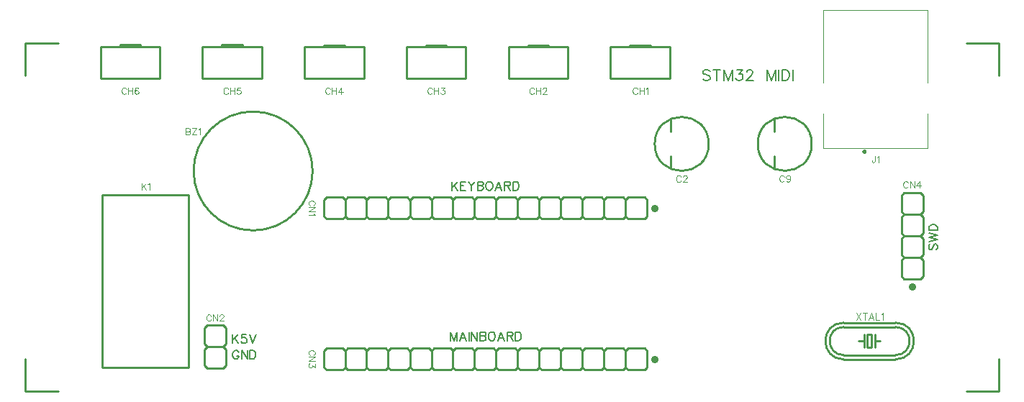
<source format=gbr>
G04 DipTrace 4.1.0.0*
G04 TopSilk.gbr*
%MOIN*%
G04 #@! TF.FileFunction,Legend,Top*
G04 #@! TF.Part,Single*
%ADD10C,0.009843*%
%ADD13C,0.004724*%
%ADD17C,0.01*%
%ADD21C,0.035*%
%ADD89C,0.004632*%
%ADD90C,0.00772*%
%ADD91C,0.006176*%
%FSLAX26Y26*%
G04*
G70*
G90*
G75*
G01*
G04 TopSilk*
%LPD*%
X1448396Y1139787D2*
D17*
G02X1448396Y1139787I13J275591D01*
G01*
X3308787Y1540820D2*
G02X3308787Y1540820I125000J0D01*
G01*
X3383789Y1484568D2*
X3383792Y1428318D1*
X3383785Y1597069D2*
D10*
X3383783Y1653318D1*
X3786178Y1541112D2*
D17*
G02X3786178Y1541112I125000J0D01*
G01*
X3861180Y1484860D2*
X3861181Y1428610D1*
X3861177Y1597361D2*
D10*
X3861176Y1653610D1*
X3288526Y1998454D2*
X3288723Y1990706D1*
X3288526Y1998454D2*
X3194038D1*
Y1990706D1*
X3378791Y1842934D2*
Y1990434D1*
X3103791D1*
Y1842934D1*
X3378791D1*
X2816101Y1998454D2*
X2816298Y1990706D1*
X2816101Y1998454D2*
X2721613D1*
Y1990706D1*
X2906366Y1842934D2*
Y1990434D1*
X2631366D1*
Y1842934D1*
X2906366D1*
X2343660Y1998454D2*
X2343857Y1990706D1*
X2343660Y1998454D2*
X2249172D1*
Y1990706D1*
X2433925Y1842934D2*
Y1990434D1*
X2158925D1*
Y1842934D1*
X2433925D1*
X1871219Y1998454D2*
X1871416Y1990706D1*
X1871219Y1998454D2*
X1776731D1*
Y1990706D1*
X1961484Y1842934D2*
Y1990434D1*
X1686484D1*
Y1842934D1*
X1961484D1*
X1398787Y1999705D2*
X1398984Y1991957D1*
X1398787Y1999705D2*
X1304299D1*
Y1991957D1*
X1489052Y1844185D2*
Y1991685D1*
X1214052D1*
Y1844185D1*
X1489052D1*
X926346Y1999705D2*
X926543Y1991957D1*
X926346Y1999705D2*
X831858D1*
Y1991957D1*
X1016612Y1844185D2*
Y1991685D1*
X741612D1*
Y1844185D1*
X1016612D1*
X1862654Y1293626D2*
D17*
X1787741D1*
X2262654D2*
X2187741D1*
X2362720D2*
X2287698D1*
X2461139D2*
X2386117D1*
X2473551Y1281126D2*
X2461139Y1293626D1*
Y1193626D2*
X2386117D1*
X2473551Y1206126D2*
X2461139Y1193626D1*
X2373705Y1281126D2*
Y1206126D1*
X2386117Y1293626D2*
X2373705Y1281126D1*
X2386117Y1193626D2*
X2373705Y1206126D1*
X2861186Y1293626D2*
X2786163D1*
X2873707Y1281126D2*
X2861186Y1293626D1*
Y1193626D2*
X2786163D1*
X2873707Y1206126D2*
X2861186Y1193626D1*
X2773642Y1281126D2*
Y1206126D1*
X2786163Y1293626D2*
X2773642Y1281126D1*
X2786163Y1193626D2*
X2773642Y1206126D1*
X2886010Y1193626D2*
X2873707Y1206126D1*
X2886010Y1293626D2*
X2873707Y1281126D1*
Y1206126D1*
X2973664D2*
X2961143Y1193626D1*
X2886010D1*
X2973664Y1281126D2*
X2961143Y1293626D1*
X2886010D1*
X3061209D2*
X2986186D1*
X3161165D2*
X3086143D1*
X3261122D2*
X3186210D1*
X3086143D2*
X3073621Y1281126D1*
X3186210Y1293626D2*
X3173688Y1281126D1*
X3073621D2*
X3061209Y1293626D1*
X3173688Y1281126D2*
X3161165Y1293626D1*
X3073621Y1281126D2*
Y1206126D1*
X3173688Y1281126D2*
Y1206126D1*
X3061209Y1193626D2*
X2986186D1*
X3161165D2*
X3086143D1*
X3261122D2*
X3186210D1*
X3086143D2*
X3073621Y1206126D1*
X3186210Y1193626D2*
X3173688Y1206126D1*
X3073621D2*
X3061209Y1193626D1*
X3173688Y1206126D2*
X3161165Y1193626D1*
X3273644Y1281126D2*
Y1206126D1*
X2973664Y1281126D2*
Y1206126D1*
X2986186Y1293626D2*
X2973664Y1281126D1*
X3273644D2*
X3261122Y1293626D1*
X3273644Y1206126D2*
X3261122Y1193626D1*
X2986186D2*
X2973664Y1206126D1*
X2686206Y1193626D2*
X2673575Y1206126D1*
X2686206Y1293626D2*
X2673575Y1281126D1*
Y1206126D1*
X2773642D2*
X2761119Y1193626D1*
X2686206D1*
X2773642Y1281126D2*
X2761119Y1293626D1*
X2686206D1*
X2661163D2*
X2586140D1*
X2673575Y1281126D2*
X2661163Y1293626D1*
Y1193626D2*
X2586140D1*
X2673575Y1206126D2*
X2661163Y1193626D1*
X2573618Y1281126D2*
Y1206126D1*
X2586140Y1293626D2*
X2573618Y1281126D1*
X2586140Y1193626D2*
X2573618Y1206126D1*
X2486184Y1193626D2*
X2473551Y1206126D1*
X2486184Y1293626D2*
X2473551Y1281126D1*
Y1206126D1*
X2573618D2*
X2561096Y1193626D1*
X2486184D1*
X2573618Y1281126D2*
X2561096Y1293626D1*
X2486184D1*
X2375133Y1281126D2*
X2362720Y1293626D1*
Y1193626D2*
X2287698D1*
X2375133Y1206126D2*
X2362720Y1193626D1*
X2275176Y1281126D2*
Y1206126D1*
X2287698Y1293626D2*
X2275176Y1281126D1*
X2287698Y1193626D2*
X2275176Y1206126D1*
Y1281126D2*
X2262654Y1293626D1*
Y1193626D2*
X2187741D1*
X2275176Y1206126D2*
X2262654Y1193626D1*
X2175219Y1281126D2*
Y1206126D1*
X2187741Y1293626D2*
X2175219Y1281126D1*
X2187741Y1193626D2*
X2175219Y1206126D1*
X1962720Y1293626D2*
X1887698D1*
X2061139D2*
X1986117D1*
X2073551Y1281126D2*
X2061139Y1293626D1*
Y1193626D2*
X1986117D1*
X2073551Y1206126D2*
X2061139Y1193626D1*
X1973705Y1281126D2*
Y1206126D1*
X1986117Y1293626D2*
X1973705Y1281126D1*
X1986117Y1193626D2*
X1973705Y1206126D1*
X2086184Y1193626D2*
X2073551Y1206126D1*
X2086184Y1293626D2*
X2073551Y1281126D1*
Y1206126D1*
X2173618D2*
X2161096Y1193626D1*
X2086184D1*
X2173618Y1281126D2*
X2161096Y1293626D1*
X2086184D1*
X1975133Y1281126D2*
X1962720Y1293626D1*
Y1193626D2*
X1887698D1*
X1975133Y1206126D2*
X1962720Y1193626D1*
X1875176Y1281126D2*
Y1206126D1*
X1887698Y1293626D2*
X1875176Y1281126D1*
X1887698Y1193626D2*
X1875176Y1206126D1*
Y1281126D2*
X1862654Y1293626D1*
Y1193626D2*
X1787741D1*
X1875176Y1206126D2*
X1862654Y1193626D1*
X1775219Y1281126D2*
Y1206126D1*
X1787741Y1293626D2*
X1775219Y1281126D1*
X1787741Y1193626D2*
X1775219Y1206126D1*
X1235031Y600877D2*
X1310031D1*
Y700877D2*
X1322531Y688377D1*
X1235031Y700877D2*
X1222531Y688377D1*
X1235031Y700877D2*
X1310031D1*
Y600877D2*
X1322531Y588377D1*
Y613377D2*
X1310031Y600877D1*
X1322531Y513377D2*
X1310031Y500877D1*
X1322531Y688377D2*
Y613377D1*
Y588377D2*
Y513377D1*
X1235031Y500877D2*
X1310031D1*
X1235031Y600877D2*
X1222531Y588377D1*
Y613377D2*
X1235031Y600877D1*
X1222531Y513377D2*
X1235031Y500877D1*
X1222531Y688377D2*
Y613377D1*
Y588377D2*
Y513377D1*
X1862654Y593626D2*
X1787741D1*
X2262654D2*
X2187741D1*
X2362720D2*
X2287698D1*
X2461139D2*
X2386117D1*
X2473551Y581126D2*
X2461139Y593626D1*
Y493626D2*
X2386117D1*
X2473551Y506126D2*
X2461139Y493626D1*
X2373705Y581126D2*
Y506126D1*
X2386117Y593626D2*
X2373705Y581126D1*
X2386117Y493626D2*
X2373705Y506126D1*
X2861186Y593626D2*
X2786163D1*
X2873707Y581126D2*
X2861186Y593626D1*
Y493626D2*
X2786163D1*
X2873707Y506126D2*
X2861186Y493626D1*
X2773642Y581126D2*
Y506126D1*
X2786163Y593626D2*
X2773642Y581126D1*
X2786163Y493626D2*
X2773642Y506126D1*
X2886010Y493626D2*
X2873707Y506126D1*
X2886010Y593626D2*
X2873707Y581126D1*
Y506126D1*
X2973664D2*
X2961143Y493626D1*
X2886010D1*
X2973664Y581126D2*
X2961143Y593626D1*
X2886010D1*
X3061209D2*
X2986186D1*
X3161165D2*
X3086143D1*
X3261122D2*
X3186210D1*
X3086143D2*
X3073621Y581126D1*
X3186210Y593626D2*
X3173688Y581126D1*
X3073621D2*
X3061209Y593626D1*
X3173688Y581126D2*
X3161165Y593626D1*
X3073621Y581126D2*
Y506126D1*
X3173688Y581126D2*
Y506126D1*
X3061209Y493626D2*
X2986186D1*
X3161165D2*
X3086143D1*
X3261122D2*
X3186210D1*
X3086143D2*
X3073621Y506126D1*
X3186210Y493626D2*
X3173688Y506126D1*
X3073621D2*
X3061209Y493626D1*
X3173688Y506126D2*
X3161165Y493626D1*
X3273644Y581126D2*
Y506126D1*
X2973664Y581126D2*
Y506126D1*
X2986186Y593626D2*
X2973664Y581126D1*
X3273644D2*
X3261122Y593626D1*
X3273644Y506126D2*
X3261122Y493626D1*
X2986186D2*
X2973664Y506126D1*
X2686206Y493626D2*
X2673575Y506126D1*
X2686206Y593626D2*
X2673575Y581126D1*
Y506126D1*
X2773642D2*
X2761119Y493626D1*
X2686206D1*
X2773642Y581126D2*
X2761119Y593626D1*
X2686206D1*
X2661163D2*
X2586140D1*
X2673575Y581126D2*
X2661163Y593626D1*
Y493626D2*
X2586140D1*
X2673575Y506126D2*
X2661163Y493626D1*
X2573618Y581126D2*
Y506126D1*
X2586140Y593626D2*
X2573618Y581126D1*
X2586140Y493626D2*
X2573618Y506126D1*
X2486184Y493626D2*
X2473551Y506126D1*
X2486184Y593626D2*
X2473551Y581126D1*
Y506126D1*
X2573618D2*
X2561096Y493626D1*
X2486184D1*
X2573618Y581126D2*
X2561096Y593626D1*
X2486184D1*
X2375133Y581126D2*
X2362720Y593626D1*
Y493626D2*
X2287698D1*
X2375133Y506126D2*
X2362720Y493626D1*
X2275176Y581126D2*
Y506126D1*
X2287698Y593626D2*
X2275176Y581126D1*
X2287698Y493626D2*
X2275176Y506126D1*
Y581126D2*
X2262654Y593626D1*
Y493626D2*
X2187741D1*
X2275176Y506126D2*
X2262654Y493626D1*
X2175219Y581126D2*
Y506126D1*
X2187741Y593626D2*
X2175219Y581126D1*
X2187741Y493626D2*
X2175219Y506126D1*
X1962720Y593626D2*
X1887698D1*
X2061139D2*
X1986117D1*
X2073551Y581126D2*
X2061139Y593626D1*
Y493626D2*
X1986117D1*
X2073551Y506126D2*
X2061139Y493626D1*
X1973705Y581126D2*
Y506126D1*
X1986117Y593626D2*
X1973705Y581126D1*
X1986117Y493626D2*
X1973705Y506126D1*
X2086184Y493626D2*
X2073551Y506126D1*
X2086184Y593626D2*
X2073551Y581126D1*
Y506126D1*
X2173618D2*
X2161096Y493626D1*
X2086184D1*
X2173618Y581126D2*
X2161096Y593626D1*
X2086184D1*
X1975133Y581126D2*
X1962720Y593626D1*
Y493626D2*
X1887698D1*
X1975133Y506126D2*
X1962720Y493626D1*
X1875176Y581126D2*
Y506126D1*
X1887698Y593626D2*
X1875176Y581126D1*
X1887698Y493626D2*
X1875176Y506126D1*
Y581126D2*
X1862654Y593626D1*
Y493626D2*
X1787741D1*
X1875176Y506126D2*
X1862654Y493626D1*
X1775219Y581126D2*
Y506126D1*
X1787741Y593626D2*
X1775219Y581126D1*
X1787741Y493626D2*
X1775219Y506126D1*
X4451159Y1301971D2*
X4463659Y1314452D1*
X4551159Y1301974D2*
X4538659Y1314454D1*
X4463659Y1314452D1*
X4463662Y1214452D2*
X4451162Y1226931D1*
X4451159Y1301971D1*
X4538662Y1214454D2*
X4551162Y1226935D1*
X4551159Y1301974D1*
X4551165Y1126935D2*
X4551162Y1201935D1*
X4551168Y1026935D2*
X4551166Y1101935D1*
X4551172Y926974D2*
X4551169Y1001974D1*
X4551166Y1101935D2*
X4538665Y1114454D1*
X4551169Y1001974D2*
X4538669Y1014454D1*
X4538665Y1114454D2*
X4551165Y1126935D1*
X4538669Y1014454D2*
X4551168Y1026935D1*
X4538665Y1114454D2*
X4463665Y1114452D1*
X4538669Y1014454D2*
X4463669Y1014452D1*
X4451165Y1126931D2*
X4451162Y1201931D1*
X4451168Y1026931D2*
X4451166Y1101931D1*
X4451172Y926971D2*
X4451169Y1001971D1*
X4451166Y1101931D2*
X4463665Y1114452D1*
X4451169Y1001971D2*
X4463669Y1014452D1*
X4463665Y1114452D2*
X4451165Y1126931D1*
X4463669Y1014452D2*
X4451168Y1026931D1*
X4538672Y914454D2*
X4463672Y914452D1*
X4538662Y1214454D2*
X4463662Y1214452D1*
X4551162Y1201935D2*
X4538662Y1214454D1*
X4538672Y914454D2*
X4551172Y926974D1*
X4463672Y914452D2*
X4451172Y926971D1*
X4451162Y1201931D2*
X4463662Y1214452D1*
X4571890Y1521867D2*
D13*
X4088031D1*
Y1679714D1*
Y1823469D2*
Y2161631D1*
X4571890D1*
Y1823469D1*
Y1679714D2*
Y1521867D1*
G36*
X4290591Y1504938D2*
X4290506Y1503654D1*
X4290255Y1502391D1*
X4289841Y1501172D1*
X4289272Y1500017D1*
X4288557Y1498947D1*
X4287708Y1497979D1*
X4286740Y1497130D1*
X4285669Y1496414D1*
X4284515Y1495845D1*
X4283295Y1495431D1*
X4282033Y1495180D1*
X4280748Y1495096D1*
X4279463Y1495180D1*
X4278201Y1495431D1*
X4276981Y1495845D1*
X4275827Y1496414D1*
X4274756Y1497130D1*
X4273788Y1497979D1*
X4272939Y1498947D1*
X4272224Y1500017D1*
X4271655Y1501172D1*
X4271241Y1502391D1*
X4270990Y1503654D1*
X4270906Y1504938D1*
D1*
X4270990Y1506223D1*
X4271241Y1507486D1*
X4271655Y1508705D1*
X4272224Y1509860D1*
X4272939Y1510930D1*
X4273788Y1511898D1*
X4274756Y1512747D1*
X4275827Y1513462D1*
X4276981Y1514032D1*
X4278201Y1514445D1*
X4279463Y1514697D1*
X4280748Y1514781D1*
X4282033Y1514697D1*
X4283295Y1514445D1*
X4284515Y1514032D1*
X4285669Y1513462D1*
X4286740Y1512747D1*
X4287708Y1511898D1*
X4288557Y1510930D1*
X4289272Y1509860D1*
X4289841Y1508705D1*
X4290255Y1507486D1*
X4290506Y1506223D1*
X4290591Y1504938D1*
D1*
G37*
X1150136Y503270D2*
D17*
X750136D1*
X1150136Y1303270D2*
X750136D1*
Y503270D2*
Y1303270D1*
X1150136Y503270D2*
Y1303270D1*
X4184311Y542245D2*
D10*
X4424324Y542252D1*
X4184306Y712245D2*
X4424319Y712252D1*
X4184310Y562237D2*
X4424323Y562244D1*
X4424320Y692259D2*
X4184306Y692252D1*
X4294310Y657253D2*
X4314318Y657254D1*
X4314320Y597243D1*
X4294312Y597242D1*
X4294310Y657253D1*
X4329325Y657254D2*
Y627249D1*
X4329326Y597244D1*
X4279304Y657253D2*
Y627247D1*
X4279305Y597242D1*
X4329325Y627249D2*
X4354335Y627250D1*
X4279304Y627247D2*
X4254295D1*
X4184306Y712245D2*
G03X4184311Y542245I9J-85000D01*
G01*
X4424324Y542252D2*
G03X4424319Y712252I-9J85000D01*
G01*
X4184306Y692252D2*
G03X4184310Y562237I24J-65008D01*
G01*
X4424323Y562244D2*
G03X4424320Y692259I-24J65008D01*
G01*
D21*
X4503626Y878232D3*
X3308626Y541232D3*
X3309126Y1241732D3*
X394425Y2008257D2*
D17*
X544425D1*
X394000Y2008133D2*
Y1858133D1*
X394425Y394008D2*
X544425D1*
X394000Y543883D2*
Y393882D1*
X4751425Y394008D2*
X4901425D1*
X4901500Y543883D2*
Y393882D1*
X4751425Y2008008D2*
X4901425D1*
X4901251Y2007633D2*
Y1857633D1*
X3565314Y1877805D2*
D90*
X3560561Y1882614D1*
X3553376Y1884990D1*
X3543814D1*
X3536629Y1882614D1*
X3531820Y1877805D1*
Y1873052D1*
X3534252Y1868243D1*
X3536629Y1865867D1*
X3541382Y1863490D1*
X3555752Y1858682D1*
X3560561Y1856305D1*
X3562937Y1853873D1*
X3565314Y1849120D1*
Y1841935D1*
X3560561Y1837182D1*
X3553376Y1834750D1*
X3543814D1*
X3536629Y1837182D1*
X3531820Y1841935D1*
X3597500Y1884990D2*
Y1834750D1*
X3580753Y1884990D2*
X3614246D1*
X3667932Y1834750D2*
Y1884990D1*
X3648809Y1834750D1*
X3629686Y1884990D1*
Y1834750D1*
X3688180Y1884935D2*
X3714433D1*
X3700118Y1865812D1*
X3707303D1*
X3712056Y1863435D1*
X3714433Y1861058D1*
X3716865Y1853873D1*
Y1849120D1*
X3714433Y1841935D1*
X3709680Y1837127D1*
X3702495Y1834750D1*
X3695310D1*
X3688180Y1837127D1*
X3685803Y1839559D1*
X3683371Y1844312D1*
X3734736Y1872997D2*
Y1875373D1*
X3737112Y1880182D1*
X3739489Y1882558D1*
X3744297Y1884935D1*
X3753859D1*
X3758612Y1882558D1*
X3760989Y1880182D1*
X3763421Y1875373D1*
Y1870620D1*
X3760989Y1865812D1*
X3756236Y1858682D1*
X3732304Y1834750D1*
X3765797D1*
X3868084D2*
Y1884990D1*
X3848961Y1834750D1*
X3829838Y1884990D1*
Y1834750D1*
X3883523Y1884990D2*
Y1834750D1*
X3898963Y1884990D2*
Y1834750D1*
X3915709D1*
X3922894Y1837182D1*
X3927703Y1841935D1*
X3930079Y1846744D1*
X3932456Y1853873D1*
Y1865867D1*
X3930079Y1873052D1*
X3927703Y1877805D1*
X3922894Y1882614D1*
X3915709Y1884990D1*
X3898963D1*
X3947895D2*
Y1834750D1*
X2368709Y1366029D2*
D91*
Y1325837D1*
X2395503Y1366029D2*
X2368709Y1339234D1*
X2378259Y1348829D2*
X2395503Y1325837D1*
X2432704Y1366029D2*
X2407855D1*
Y1325837D1*
X2432704D1*
X2407855Y1346883D2*
X2423153D1*
X2445055Y1366029D2*
X2460354Y1346883D1*
Y1325837D1*
X2475652Y1366029D2*
X2460354Y1346883D1*
X2488004Y1366029D2*
Y1325837D1*
X2505248D1*
X2510996Y1327782D1*
X2512897Y1329684D1*
X2514799Y1333486D1*
Y1339234D1*
X2512897Y1343081D1*
X2510996Y1344982D1*
X2505248Y1346883D1*
X2510996Y1348829D1*
X2512897Y1350730D1*
X2514799Y1354533D1*
Y1358380D1*
X2512897Y1362182D1*
X2510996Y1364128D1*
X2505248Y1366029D1*
X2488004D1*
Y1346883D2*
X2505248D1*
X2538646Y1366029D2*
X2534799Y1364128D1*
X2530997Y1360281D1*
X2529051Y1356478D1*
X2527150Y1350730D1*
Y1341135D1*
X2529051Y1335432D1*
X2530997Y1331585D1*
X2534799Y1327782D1*
X2538646Y1325837D1*
X2546295D1*
X2550098Y1327782D1*
X2553945Y1331585D1*
X2555846Y1335432D1*
X2557747Y1341135D1*
Y1350730D1*
X2555846Y1356478D1*
X2553945Y1360281D1*
X2550098Y1364128D1*
X2546295Y1366029D1*
X2538646D1*
X2600740Y1325837D2*
X2585397Y1366029D1*
X2570099Y1325837D1*
X2575847Y1339234D2*
X2594992D1*
X2613091Y1346883D2*
X2630291D1*
X2636039Y1348829D1*
X2637985Y1350730D1*
X2639886Y1354533D1*
Y1358380D1*
X2637985Y1362182D1*
X2636039Y1364128D1*
X2630291Y1366029D1*
X2613091D1*
Y1325837D1*
X2626489Y1346883D2*
X2639886Y1325837D1*
X2652237Y1366029D2*
Y1325837D1*
X2665635D1*
X2671383Y1327782D1*
X2675230Y1331585D1*
X2677131Y1335432D1*
X2679032Y1341135D1*
Y1350730D1*
X2677131Y1356478D1*
X2675230Y1360281D1*
X2671383Y1364128D1*
X2665635Y1366029D1*
X2652237D1*
X2393016Y628837D2*
Y669029D1*
X2377717Y628837D1*
X2362419Y669029D1*
Y628837D1*
X2436009D2*
X2420666Y669029D1*
X2405367Y628837D1*
X2411115Y642234D2*
X2430261D1*
X2448360Y669029D2*
Y628837D1*
X2487506Y669029D2*
Y628837D1*
X2460711Y669029D1*
Y628837D1*
X2499857Y669029D2*
Y628837D1*
X2517102D1*
X2522850Y630782D1*
X2524751Y632684D1*
X2526652Y636486D1*
Y642234D1*
X2524751Y646081D1*
X2522850Y647982D1*
X2517102Y649883D1*
X2522850Y651829D1*
X2524751Y653730D1*
X2526652Y657533D1*
Y661380D1*
X2524751Y665182D1*
X2522850Y667128D1*
X2517102Y669029D1*
X2499857D1*
Y649883D2*
X2517102D1*
X2550500Y669029D2*
X2546653Y667128D1*
X2542850Y663281D1*
X2540905Y659478D1*
X2539004Y653730D1*
Y644135D1*
X2540905Y638432D1*
X2542850Y634585D1*
X2546653Y630782D1*
X2550500Y628837D1*
X2558149D1*
X2561951Y630782D1*
X2565798Y634585D1*
X2567699Y638432D1*
X2569601Y644135D1*
Y653730D1*
X2567699Y659478D1*
X2565798Y663281D1*
X2561951Y667128D1*
X2558149Y669029D1*
X2550500D1*
X2612594Y628837D2*
X2597251Y669029D1*
X2581952Y628837D1*
X2587700Y642234D2*
X2606846D1*
X2624945Y649883D2*
X2642145D1*
X2647893Y651829D1*
X2649838Y653730D1*
X2651740Y657533D1*
Y661380D1*
X2649838Y665182D1*
X2647893Y667128D1*
X2642145Y669029D1*
X2624945D1*
Y628837D1*
X2638342Y649883D2*
X2651740Y628837D1*
X2664091Y669029D2*
Y628837D1*
X2677488D1*
X2683236Y630782D1*
X2687083Y634585D1*
X2688984Y638432D1*
X2690886Y644135D1*
Y653730D1*
X2688984Y659478D1*
X2687083Y663281D1*
X2683236Y667128D1*
X2677488Y669029D1*
X2664091D1*
X4583936Y1076520D2*
X4580089Y1072718D1*
X4578188Y1066970D1*
Y1059320D1*
X4580089Y1053572D1*
X4583936Y1049726D1*
X4587738D1*
X4591585Y1051671D1*
X4593486Y1053572D1*
X4595388Y1057375D1*
X4599234Y1068871D1*
X4601136Y1072718D1*
X4603081Y1074619D1*
X4606884Y1076520D1*
X4612632D1*
X4616434Y1072718D1*
X4618380Y1066970D1*
Y1059320D1*
X4616434Y1053572D1*
X4612632Y1049726D1*
X4578188Y1088872D2*
X4618380Y1098467D1*
X4578188Y1108017D1*
X4618380Y1117568D1*
X4578188Y1127162D1*
Y1139514D2*
X4618380D1*
Y1152911D1*
X4616434Y1158659D1*
X4612632Y1162506D1*
X4608785Y1164407D1*
X4603081Y1166309D1*
X4593486D1*
X4587738Y1164407D1*
X4583936Y1162506D1*
X4580089Y1158659D1*
X4578188Y1152911D1*
Y1139514D1*
X1353709Y657071D2*
Y616879D1*
X1380503Y657071D2*
X1353709Y630276D1*
X1363259Y639871D2*
X1380503Y616879D1*
X1415803Y657027D2*
X1396701D1*
X1394800Y639827D1*
X1396701Y641728D1*
X1402449Y643674D1*
X1408153D1*
X1413901Y641728D1*
X1417748Y637925D1*
X1419649Y632177D1*
Y628375D1*
X1417748Y622627D1*
X1413901Y618780D1*
X1408153Y616879D1*
X1402449D1*
X1396701Y618780D1*
X1394800Y620726D1*
X1392855Y624528D1*
X1432001Y657071D2*
X1447299Y616879D1*
X1462598Y657071D1*
X1382405Y574696D2*
X1380503Y578498D1*
X1376656Y582345D1*
X1372854Y584246D1*
X1365205D1*
X1361358Y582345D1*
X1357555Y578498D1*
X1355610Y574696D1*
X1353709Y568948D1*
Y559353D1*
X1355610Y553649D1*
X1357555Y549802D1*
X1361358Y546000D1*
X1365205Y544054D1*
X1372854D1*
X1376656Y546000D1*
X1380503Y549802D1*
X1382405Y553649D1*
Y559353D1*
X1372854D1*
X1421551Y584246D2*
Y544054D1*
X1394756Y584246D1*
Y544054D1*
X1433902Y584246D2*
Y544054D1*
X1447299D1*
X1453047Y546000D1*
X1456894Y549802D1*
X1458795Y553649D1*
X1460697Y559353D1*
Y568948D1*
X1458795Y574696D1*
X1456894Y578498D1*
X1453047Y582345D1*
X1447299Y584246D1*
X1433902D1*
X1136817Y1613503D2*
D89*
X1136816Y1583359D1*
X1149749Y1583358D1*
X1154060Y1584817D1*
X1155486Y1586243D1*
X1156912Y1589095D1*
Y1593406D1*
X1155486Y1596291D1*
X1154060Y1597717D1*
X1149749Y1599143D1*
X1154061Y1600602D1*
X1155487Y1602028D1*
X1156913Y1604880D1*
Y1607765D1*
X1155487Y1610617D1*
X1154061Y1612076D1*
X1149750Y1613502D1*
X1136817Y1613503D1*
X1136816Y1599144D2*
X1149749Y1599143D1*
X1166177Y1613501D2*
X1186273Y1613500D1*
X1166175Y1583357D1*
X1186271Y1583356D1*
X1195536Y1607730D2*
X1198421Y1609189D1*
X1202732Y1613466D1*
X1202731Y1583356D1*
X3429868Y1387482D2*
X3428442Y1390334D1*
X3425556Y1393219D1*
X3422704Y1394645D1*
X3416968D1*
X3414082Y1393218D1*
X3411231Y1390333D1*
X3409772Y1387481D1*
X3408346Y1383170D1*
Y1375974D1*
X3409772Y1371696D1*
X3411231Y1368811D1*
X3414083Y1365960D1*
X3416969Y1364501D1*
X3422706D1*
X3425557Y1365960D1*
X3428442Y1368812D1*
X3429868Y1371697D1*
X3440590Y1387449D2*
Y1388875D1*
X3442016Y1391760D1*
X3443442Y1393186D1*
X3446327Y1394612D1*
X3452064Y1394613D1*
X3454916Y1393187D1*
X3456342Y1391761D1*
X3457801Y1388876D1*
Y1386024D1*
X3456342Y1383139D1*
X3453491Y1378861D1*
X3439132Y1364501D1*
X3459228Y1364502D1*
X3907972Y1387773D2*
X3906546Y1390625D1*
X3903661Y1393510D1*
X3900809Y1394936D1*
X3895072D1*
X3892187Y1393510D1*
X3889335Y1390625D1*
X3887876Y1387773D1*
X3886450Y1383462D1*
Y1376266D1*
X3887876Y1371988D1*
X3889336Y1369103D1*
X3892188Y1366251D1*
X3895073Y1364792D1*
X3900810D1*
X3903662Y1366251D1*
X3906547Y1369103D1*
X3907972Y1371988D1*
X3935906Y1384889D2*
X3934447Y1380578D1*
X3931595Y1377693D1*
X3927284Y1376267D1*
X3925858D1*
X3921547Y1377693D1*
X3918695Y1380578D1*
X3917236Y1384889D1*
Y1386315D1*
X3918695Y1390626D1*
X3921547Y1393478D1*
X3925858Y1394904D1*
X3927283D1*
X3931595Y1393478D1*
X3934447Y1390626D1*
X3935906Y1384889D1*
Y1377693D1*
X3934447Y1370530D1*
X3931595Y1366219D1*
X3927284Y1364793D1*
X3924432D1*
X3920121Y1366219D1*
X3918695Y1369104D1*
X3229143Y1794726D2*
X3227717Y1797578D1*
X3224832Y1800463D1*
X3221980Y1801889D1*
X3216243D1*
X3213358Y1800463D1*
X3210506Y1797578D1*
X3209047Y1794726D1*
X3207621Y1790415D1*
Y1783219D1*
X3209047Y1778941D1*
X3210506Y1776056D1*
X3213358Y1773204D1*
X3216243Y1771745D1*
X3221980D1*
X3224832Y1773204D1*
X3227717Y1776056D1*
X3229143Y1778941D1*
X3238406Y1801889D2*
Y1771745D1*
X3258502Y1801889D2*
Y1771745D1*
X3238406Y1787530D2*
X3258502D1*
X3267766Y1796119D2*
X3270651Y1797578D1*
X3274962Y1801856D1*
Y1771745D1*
X2750268Y1794726D2*
X2748842Y1797578D1*
X2745957Y1800463D1*
X2743105Y1801889D1*
X2737368D1*
X2734483Y1800463D1*
X2731631Y1797578D1*
X2730172Y1794726D1*
X2728746Y1790415D1*
Y1783219D1*
X2730172Y1778941D1*
X2731631Y1776056D1*
X2734483Y1773204D1*
X2737368Y1771745D1*
X2743105D1*
X2745957Y1773204D1*
X2748842Y1776056D1*
X2750268Y1778941D1*
X2759531Y1801889D2*
Y1771745D1*
X2779627Y1801889D2*
Y1771745D1*
X2759531Y1787530D2*
X2779627D1*
X2790350Y1794693D2*
Y1796119D1*
X2791776Y1799004D1*
X2793202Y1800430D1*
X2796087Y1801856D1*
X2801824D1*
X2804676Y1800430D1*
X2806102Y1799004D1*
X2807561Y1796119D1*
Y1793267D1*
X2806102Y1790382D1*
X2803250Y1786104D1*
X2788891Y1771745D1*
X2808987D1*
X2277827Y1794726D2*
X2276401Y1797578D1*
X2273516Y1800463D1*
X2270664Y1801889D1*
X2264927D1*
X2262042Y1800463D1*
X2259190Y1797578D1*
X2257731Y1794726D1*
X2256305Y1790415D1*
Y1783219D1*
X2257731Y1778941D1*
X2259190Y1776056D1*
X2262042Y1773204D1*
X2264927Y1771745D1*
X2270664D1*
X2273516Y1773204D1*
X2276401Y1776056D1*
X2277827Y1778941D1*
X2287090Y1801889D2*
Y1771745D1*
X2307186Y1801889D2*
Y1771745D1*
X2287090Y1787530D2*
X2307186D1*
X2319335Y1801856D2*
X2335087D1*
X2326498Y1790382D1*
X2330809D1*
X2333661Y1788956D1*
X2335087Y1787530D1*
X2336546Y1783219D1*
Y1780367D1*
X2335087Y1776056D1*
X2332235Y1773171D1*
X2327924Y1771745D1*
X2323613D1*
X2319335Y1773171D1*
X2317909Y1774630D1*
X2316450Y1777482D1*
X1804673Y1794726D2*
X1803247Y1797578D1*
X1800362Y1800463D1*
X1797510Y1801889D1*
X1791773D1*
X1788888Y1800463D1*
X1786036Y1797578D1*
X1784577Y1794726D1*
X1783151Y1790415D1*
Y1783219D1*
X1784577Y1778941D1*
X1786036Y1776056D1*
X1788888Y1773204D1*
X1791773Y1771745D1*
X1797510D1*
X1800362Y1773204D1*
X1803247Y1776056D1*
X1804673Y1778941D1*
X1813936Y1801889D2*
Y1771745D1*
X1834032Y1801889D2*
Y1771745D1*
X1813936Y1787530D2*
X1834032D1*
X1857655Y1771745D2*
Y1801856D1*
X1843296Y1781793D1*
X1864818D1*
X1332954Y1794726D2*
X1331528Y1797578D1*
X1328643Y1800463D1*
X1325791Y1801889D1*
X1320054D1*
X1317169Y1800463D1*
X1314317Y1797578D1*
X1312858Y1794726D1*
X1311432Y1790415D1*
Y1783219D1*
X1312858Y1778941D1*
X1314317Y1776056D1*
X1317169Y1773204D1*
X1320054Y1771745D1*
X1325791D1*
X1328643Y1773204D1*
X1331528Y1776056D1*
X1332954Y1778941D1*
X1342217Y1801889D2*
Y1771745D1*
X1362313Y1801889D2*
Y1771745D1*
X1342217Y1787530D2*
X1362313D1*
X1388788Y1801856D2*
X1374462D1*
X1373036Y1788956D1*
X1374462Y1790382D1*
X1378773Y1791841D1*
X1383051D1*
X1387362Y1790382D1*
X1390247Y1787530D1*
X1391673Y1783219D1*
Y1780367D1*
X1390247Y1776056D1*
X1387362Y1773171D1*
X1383051Y1771745D1*
X1378773D1*
X1374462Y1773171D1*
X1373036Y1774630D1*
X1371577Y1777482D1*
X861243Y1794726D2*
X859817Y1797578D1*
X856932Y1800463D1*
X854080Y1801889D1*
X848343D1*
X845458Y1800463D1*
X842606Y1797578D1*
X841147Y1794726D1*
X839721Y1790415D1*
Y1783219D1*
X841147Y1778941D1*
X842606Y1776056D1*
X845458Y1773204D1*
X848343Y1771745D1*
X854080D1*
X856932Y1773204D1*
X859817Y1776056D1*
X861243Y1778941D1*
X870506Y1801889D2*
Y1771745D1*
X890602Y1801889D2*
Y1771745D1*
X870506Y1787530D2*
X890602D1*
X917077Y1797578D2*
X915651Y1800430D1*
X911340Y1801856D1*
X908488D1*
X904177Y1800430D1*
X901292Y1796119D1*
X899866Y1788956D1*
Y1781793D1*
X901292Y1776056D1*
X904177Y1773171D1*
X908488Y1771745D1*
X909914D1*
X914191Y1773171D1*
X917077Y1776056D1*
X918503Y1780367D1*
Y1781793D1*
X917077Y1786104D1*
X914191Y1788956D1*
X909914Y1790382D1*
X908488D1*
X904177Y1788956D1*
X901292Y1786104D1*
X899866Y1781793D1*
X1728148Y1255775D2*
X1730999Y1257201D1*
X1733885Y1260086D1*
X1735310Y1262938D1*
Y1268675D1*
X1733885Y1271560D1*
X1730999Y1274411D1*
X1728148Y1275871D1*
X1723837Y1277297D1*
X1716640D1*
X1712363Y1275871D1*
X1709478Y1274411D1*
X1706626Y1271560D1*
X1705166Y1268675D1*
Y1262938D1*
X1706626Y1260086D1*
X1709478Y1257201D1*
X1712363Y1255775D1*
X1735310Y1226415D2*
X1705166D1*
X1735310Y1246511D1*
X1705166D1*
X1729540Y1217152D2*
X1730999Y1214266D1*
X1735277Y1209955D1*
X1705166D1*
X1253933Y742592D2*
X1252507Y745444D1*
X1249622Y748329D1*
X1246770Y749755D1*
X1241033D1*
X1238148Y748329D1*
X1235296Y745444D1*
X1233837Y742592D1*
X1232411Y738281D1*
Y731085D1*
X1233837Y726807D1*
X1235296Y723922D1*
X1238148Y721070D1*
X1241033Y719611D1*
X1246770D1*
X1249622Y721070D1*
X1252507Y723922D1*
X1253933Y726807D1*
X1283292Y749755D2*
Y719611D1*
X1263196Y749755D1*
Y719611D1*
X1294015Y742559D2*
Y743985D1*
X1295441Y746870D1*
X1296867Y748296D1*
X1299752Y749722D1*
X1305489D1*
X1308341Y748296D1*
X1309767Y746870D1*
X1311226Y743985D1*
Y741133D1*
X1309767Y738248D1*
X1306915Y733970D1*
X1292556Y719611D1*
X1312652D1*
X1728148Y562225D2*
X1730999Y563651D1*
X1733885Y566536D1*
X1735310Y569387D1*
Y575124D1*
X1733885Y578010D1*
X1730999Y580861D1*
X1728148Y582321D1*
X1723837Y583747D1*
X1716640D1*
X1712363Y582321D1*
X1709478Y580861D1*
X1706626Y578010D1*
X1705166Y575124D1*
Y569387D1*
X1706626Y566536D1*
X1709478Y563651D1*
X1712363Y562225D1*
X1735310Y532865D2*
X1705166D1*
X1735310Y552961D1*
X1705166D1*
X1735277Y520716D2*
Y504965D1*
X1723803Y513553D1*
Y509242D1*
X1722377Y506391D1*
X1720951Y504965D1*
X1716640Y503505D1*
X1713789D1*
X1709478Y504965D1*
X1706592Y507816D1*
X1705166Y512128D1*
Y516439D1*
X1706592Y520716D1*
X1708052Y522142D1*
X1710903Y523601D1*
X4481854Y1360167D2*
X4480428Y1363018D1*
X4477542Y1365903D1*
X4474690Y1367329D1*
X4468953D1*
X4466068Y1365903D1*
X4463217Y1363018D1*
X4461758Y1360166D1*
X4460332Y1355855D1*
Y1348659D1*
X4461758Y1344381D1*
X4463217Y1341496D1*
X4466069Y1338644D1*
X4468954Y1337185D1*
X4474691D1*
X4477543Y1338645D1*
X4480428Y1341497D1*
X4481854Y1344382D1*
X4511213Y1367331D2*
X4511214Y1337186D1*
X4491117Y1367330D1*
X4491118Y1337186D1*
X4534836Y1337187D2*
X4534835Y1367298D1*
X4520477Y1347235D1*
X4541999Y1347236D1*
X4328910Y1484921D2*
Y1461973D1*
X4327484Y1457662D1*
X4326025Y1456236D1*
X4323173Y1454777D1*
X4320288D1*
X4317436Y1456236D1*
X4316010Y1457662D1*
X4314551Y1461973D1*
Y1464825D1*
X4338174Y1479151D2*
X4341059Y1480610D1*
X4345370Y1484888D1*
Y1454777D1*
X931473Y1359145D2*
Y1329001D1*
X951569Y1359145D2*
X931473Y1339049D1*
X938636Y1346245D2*
X951569Y1329001D1*
X960832Y1353375D2*
X963717Y1354834D1*
X968028Y1359112D1*
Y1329001D1*
X4241994Y756180D2*
X4262091Y726037D1*
X4262090Y756181D2*
X4241995Y726036D1*
X4281402Y756181D2*
Y726037D1*
X4271354Y756181D2*
X4291450D1*
X4323695Y726038D2*
X4312187Y756182D1*
X4300714Y726038D1*
X4305025Y736086D2*
X4319384D1*
X4332958Y756183D2*
X4332959Y726039D1*
X4350170D1*
X4359432Y750413D2*
X4362317Y751873D1*
X4366628Y756151D1*
X4366629Y726040D1*
M02*

</source>
